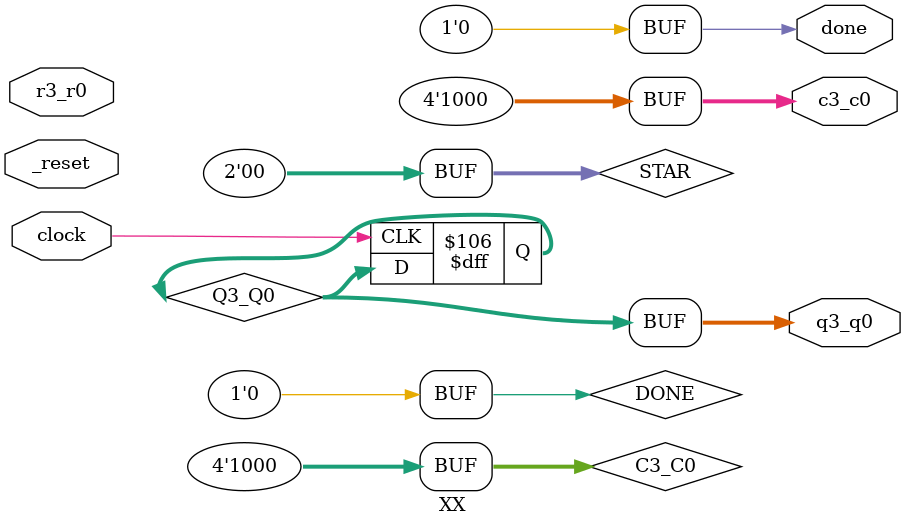
<source format=v>
module XX(
    r3_r0, clock, _reset,
    c3_c0, done, q3_q0 
);

    input clock, _reset;
    input  [3:0]  r3_r0;
    output [3:0]  c3_c0;
    output [3:0]  q3_q0;
    output        done;

    reg           DONE;
    reg [3:0]     C3_C0, Q3_Q0;
    reg [1:0]     STAR;
    
    parameter [2:0] S0=0, S1=1, S2=2;
    
    assign   done=DONE;
    assign   q3_q0=Q3_Q0;
    assign   c3_c0=C3_C0;
    
    always @(_reset==0) #1 
        begin 
            C3_C0<='B1000;
            DONE<=0;
            STAR<=S0;
        end
     
    always @(posedge clock) if (_reset==1) #3
        casex(STAR)
            S0: 
                begin 
                    DONE<=0;
                    C3_C0<={C3_C0[0],C3_C0[3:1]};
                    STAR<=S1;
                end
            S1: 
                begin 
                    Q3_Q0<=decodifica(C3_C0,r3_r0);
                    STAR<=(r3_r0!='B0000)?S2:S0;
                end
            S2: 
                begin 
                    DONE<=1;
                    STAR<=(r3_r0!='B0000)?S2:S0;
                end
        endcase

    function [3:0] decodifica;
        input [3:0] C3_C0,r3_r0;
        casex({C3_C0,r3_r0})
            'B1000_1000: decodifica='B1111;
            'B0100_1000: decodifica='B1110;
            'B0010_1000: decodifica='B1101;
            'B0001_1000: decodifica='B1100;
            'B1000_0100: decodifica='B1011;
            'B0100_0100: decodifica='B1010;
            'B0010_0100: decodifica='B1001;
            'B0001_0100: decodifica='B1000;
            'B1000_0010: decodifica='B0111;
            'B0100_0010: decodifica='B0110;
            'B0010_0010: decodifica='B0101;
            'B0001_0010: decodifica='B0100;
            'B1000_0001: decodifica='B0011;
            'B0100_0001: decodifica='B0010;
            'B0010_0001: decodifica='B0001;
            'B0001_0001: decodifica='B0000;
            default   : decodifica='BXXXX;
        endcase
    endfunction 
endmodule
</source>
